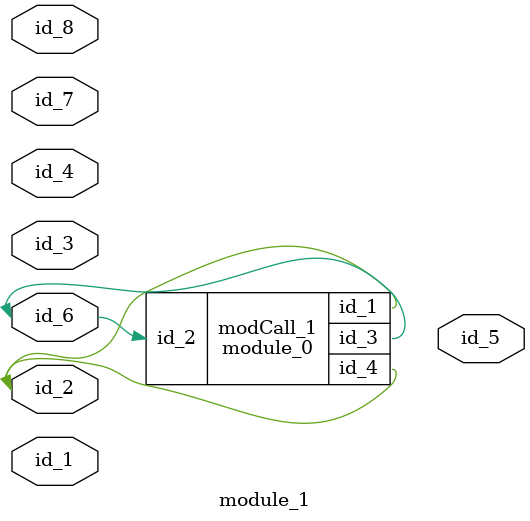
<source format=v>
module module_0 (
    id_1,
    id_2,
    id_3,
    id_4
);
  inout wire id_4;
  output wire id_3;
  input wire id_2;
  output wire id_1;
  wire id_5;
  assign id_4 = id_4;
endmodule
module module_1 (
    id_1,
    id_2,
    id_3,
    id_4,
    id_5,
    id_6,
    id_7,
    id_8
);
  input wire id_8;
  inout wire id_7;
  inout wire id_6;
  output wire id_5;
  inout wire id_4;
  input wire id_3;
  inout wire id_2;
  input wire id_1;
  module_0 modCall_1 (
      id_2,
      id_6,
      id_6,
      id_2
  );
endmodule

</source>
